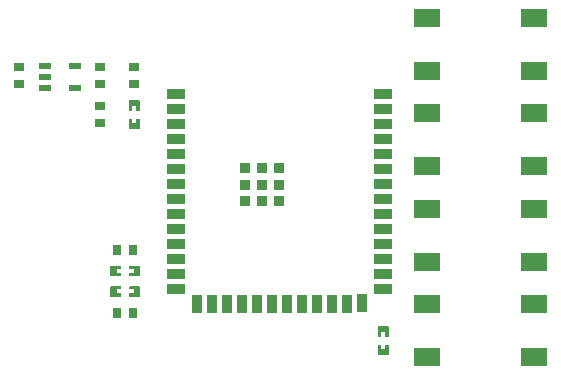
<source format=gtp>
G04 Layer: TopPasteMaskLayer*
G04 EasyEDA Pro v2.0.25.bcaee6, 2025-12-15 15:41:01*
G04 Gerber Generator version 0.3*
G04 Scale: 100 percent, Rotated: No, Reflected: No*
G04 Dimensions in millimeters*
G04 Leading zeros omitted, absolute positions, 3 integers and 3 decimals*
%FSLAX33Y33*%
%MOMM*%
%ADD10R,1.5X0.9*%
%ADD11R,0.9X1.5*%
%ADD12R,1.5X0.9*%
%ADD13R,0.9X0.9*%
%ADD14R,1.0X0.55*%
%ADD15R,0.9X0.8*%
%ADD16R,0.9X0.8*%
%ADD17R,0.8X0.9*%
%ADD18R,2.3X1.5*%
%ADD19R,2.3X1.5*%
G75*


G04 PolygonModel Start*
G36*
G01X33459Y-73100D02*
G01X33459Y-73900D01*
G01X33509Y-73950D01*
G01X33737D01*
G01Y-73580D01*
G01X34067D01*
G01Y-73950D01*
G01X34309D01*
G01X34359Y-73900D01*
G01Y-73100D01*
G01X34309Y-73050D01*
G01X33509D01*
G01X33459Y-73100D01*
G37*
G36*
G01X34359Y-75490D02*
G01X34359Y-74690D01*
G01X34309Y-74640D01*
G01X34081D01*
G01Y-75010D01*
G01X33751D01*
G01Y-74640D01*
G01X33509D01*
G01X33459Y-74690D01*
G01Y-75490D01*
G01X33509Y-75540D01*
G01X34309D01*
G01X34359Y-75490D01*
G37*
G36*
G01X34341Y-87086D02*
G01X33541Y-87086D01*
G01X33491Y-87136D01*
G01Y-87364D01*
G01X33861D01*
G01Y-87694D01*
G01X33491D01*
G01Y-87936D01*
G01X33541Y-87986D01*
G01X34341D01*
G01X34391Y-87936D01*
G01Y-87136D01*
G01X34341Y-87086D01*
G37*
G36*
G01X31951Y-87986D02*
G01X32751Y-87986D01*
G01X32801Y-87936D01*
G01Y-87708D01*
G01X32431D01*
G01Y-87378D01*
G01X32801D01*
G01Y-87136D01*
G01X32751Y-87086D01*
G01X31951D01*
G01X31901Y-87136D01*
G01Y-87936D01*
G01X31951Y-87986D01*
G37*
G36*
G01X34341Y-88798D02*
G01X33541Y-88798D01*
G01X33491Y-88848D01*
G01Y-89076D01*
G01X33861D01*
G01Y-89406D01*
G01X33491D01*
G01Y-89648D01*
G01X33541Y-89698D01*
G01X34341D01*
G01X34391Y-89648D01*
G01Y-88848D01*
G01X34341Y-88798D01*
G37*
G36*
G01X31951Y-89698D02*
G01X32751Y-89698D01*
G01X32801Y-89648D01*
G01Y-89420D01*
G01X32431D01*
G01Y-89090D01*
G01X32801D01*
G01Y-88848D01*
G01X32751Y-88798D01*
G01X31951D01*
G01X31901Y-88848D01*
G01Y-89648D01*
G01X31951Y-89698D01*
G37*
G36*
G01X55441Y-94637D02*
G01X55441Y-93837D01*
G01X55391Y-93787D01*
G01X55163D01*
G01Y-94157D01*
G01X54833D01*
G01Y-93787D01*
G01X54591D01*
G01X54541Y-93837D01*
G01Y-94637D01*
G01X54591Y-94687D01*
G01X55391D01*
G01X55441Y-94637D01*
G37*
G36*
G01X54541Y-92247D02*
G01X54541Y-93047D01*
G01X54591Y-93097D01*
G01X54819D01*
G01Y-92727D01*
G01X55149D01*
G01Y-93097D01*
G01X55391D01*
G01X55441Y-93047D01*
G01Y-92247D01*
G01X55391Y-92197D01*
G01X54591D01*
G01X54541Y-92247D01*
G37*
G04 PolygonModel End*

G04 Pad Start*
G54D10*
G01X37478Y-72512D03*
G01X37478Y-73782D03*
G01X37478Y-75052D03*
G01X37478Y-76322D03*
G01X37478Y-77592D03*
G01X37478Y-78862D03*
G01X37478Y-80132D03*
G01X37478Y-81402D03*
G01X37478Y-82672D03*
G01X37478Y-83942D03*
G01X37478Y-85212D03*
G01X37478Y-86482D03*
G01X37478Y-87752D03*
G01X37478Y-89022D03*
G54D11*
G01X39243Y-90302D03*
G01X40513Y-90302D03*
G01X41783Y-90302D03*
G01X43053Y-90302D03*
G01X44323Y-90302D03*
G01X45593Y-90302D03*
G01X46863Y-90302D03*
G01X48133Y-90302D03*
G01X49403Y-90302D03*
G01X50673Y-90302D03*
G01X51943Y-90302D03*
G01X53213Y-90272D03*
G54D12*
G01X54978Y-89022D03*
G01X54978Y-87752D03*
G01X54978Y-86482D03*
G01X54978Y-85212D03*
G01X54978Y-83942D03*
G01X54978Y-82672D03*
G01X54978Y-81402D03*
G01X54978Y-80132D03*
G01X54978Y-78862D03*
G01X54978Y-77592D03*
G01X54978Y-76322D03*
G01X54978Y-75052D03*
G01X54978Y-73782D03*
G01X54978Y-72512D03*
G54D13*
G01X46128Y-81632D03*
G01X44728Y-81632D03*
G01X43328Y-81632D03*
G01X43328Y-78832D03*
G01X44728Y-78832D03*
G01X46128Y-78832D03*
G01X46128Y-80232D03*
G01X43328Y-80232D03*
G01X44728Y-80232D03*
G54D14*
G01X28872Y-70170D03*
G01X28872Y-72070D03*
G01X26329Y-72070D03*
G01X26329Y-71120D03*
G01X26329Y-70170D03*
G54D15*
G01X24130Y-71692D03*
G01X24130Y-70292D03*
G54D16*
G01X30988Y-70292D03*
G01X30988Y-71692D03*
G01X33909Y-70293D03*
G01X33909Y-71693D03*
G54D15*
G01X30988Y-74995D03*
G01X30988Y-73595D03*
G54D17*
G01X32446Y-91059D03*
G01X33846Y-91059D03*
G01X32446Y-85725D03*
G01X33846Y-85725D03*
G54D18*
G01X67791Y-70592D03*
G01X58691Y-70592D03*
G01X67791Y-66092D03*
G01X58691Y-66092D03*
G54D19*
G01X58686Y-74172D03*
G01X67785Y-74172D03*
G01X58686Y-78672D03*
G01X67785Y-78672D03*
G01X58680Y-82253D03*
G01X67780Y-82253D03*
G01X58680Y-86753D03*
G01X67780Y-86753D03*
G01X58696Y-90333D03*
G01X67796Y-90333D03*
G01X58696Y-94833D03*
G01X67796Y-94833D03*
G04 Pad End*

M02*

</source>
